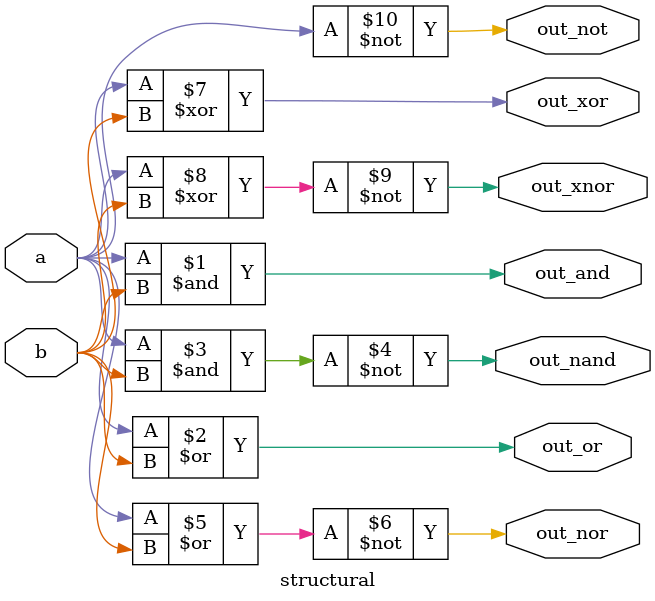
<source format=v>
module structural(output out_and,out_or,out_nand,out_nor,out_xor,out_xnor,out_not, input a ,b );
  and a1(out_and,a,b);
  or o1(out_or,a,b);
  nand n1(out_nand,a,b);
  nor n2(out_nor,a,b);
  xor x1(out_xor,a,b);
  xnor x2(out_xnor,a,b);
  not n3(out_not,a);
  endmodule
  

</source>
